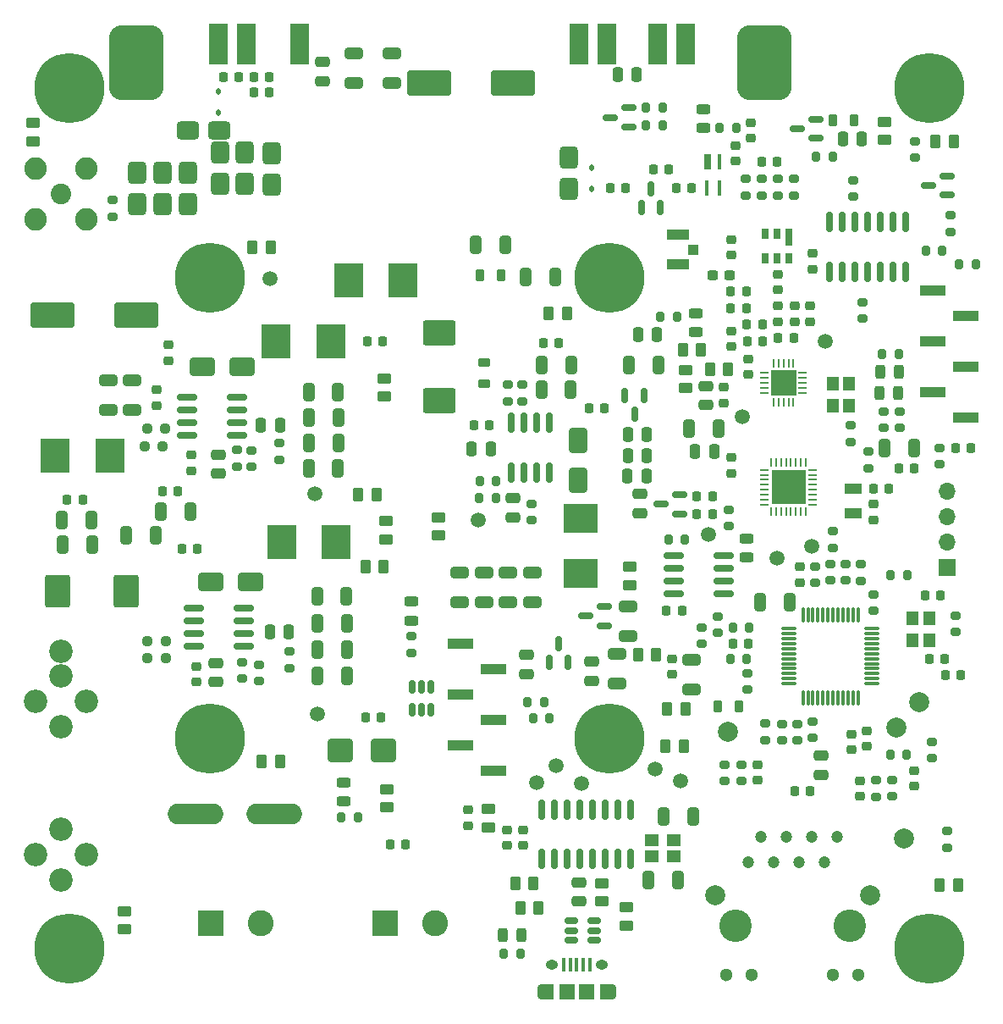
<source format=gts>
G04 #@! TF.GenerationSoftware,KiCad,Pcbnew,8.0.9-8.0.9-0~ubuntu24.04.1*
G04 #@! TF.CreationDate,2025-11-08T17:49:53+02:00*
G04 #@! TF.ProjectId,TACNPR,5441434e-5052-42e6-9b69-6361645f7063,rev?*
G04 #@! TF.SameCoordinates,Original*
G04 #@! TF.FileFunction,Soldermask,Top*
G04 #@! TF.FilePolarity,Negative*
%FSLAX46Y46*%
G04 Gerber Fmt 4.6, Leading zero omitted, Abs format (unit mm)*
G04 Created by KiCad (PCBNEW 8.0.9-8.0.9-0~ubuntu24.04.1) date 2025-11-08 17:49:53*
%MOMM*%
%LPD*%
G01*
G04 APERTURE LIST*
G04 Aperture macros list*
%AMRoundRect*
0 Rectangle with rounded corners*
0 $1 Rounding radius*
0 $2 $3 $4 $5 $6 $7 $8 $9 X,Y pos of 4 corners*
0 Add a 4 corners polygon primitive as box body*
4,1,4,$2,$3,$4,$5,$6,$7,$8,$9,$2,$3,0*
0 Add four circle primitives for the rounded corners*
1,1,$1+$1,$2,$3*
1,1,$1+$1,$4,$5*
1,1,$1+$1,$6,$7*
1,1,$1+$1,$8,$9*
0 Add four rect primitives between the rounded corners*
20,1,$1+$1,$2,$3,$4,$5,0*
20,1,$1+$1,$4,$5,$6,$7,0*
20,1,$1+$1,$6,$7,$8,$9,0*
20,1,$1+$1,$8,$9,$2,$3,0*%
%AMFreePoly0*
4,1,5,0.900000,-2.000000,-0.900000,-2.000000,-0.900000,2.000000,0.900000,2.000000,0.900000,-2.000000,0.900000,-2.000000,$1*%
G04 Aperture macros list end*
%ADD10RoundRect,0.200000X-0.200000X-0.275000X0.200000X-0.275000X0.200000X0.275000X-0.200000X0.275000X0*%
%ADD11RoundRect,0.225000X-0.225000X-0.250000X0.225000X-0.250000X0.225000X0.250000X-0.225000X0.250000X0*%
%ADD12RoundRect,0.200000X0.275000X-0.200000X0.275000X0.200000X-0.275000X0.200000X-0.275000X-0.200000X0*%
%ADD13RoundRect,0.150000X0.825000X0.150000X-0.825000X0.150000X-0.825000X-0.150000X0.825000X-0.150000X0*%
%ADD14RoundRect,0.225000X0.250000X-0.225000X0.250000X0.225000X-0.250000X0.225000X-0.250000X-0.225000X0*%
%ADD15C,1.500000*%
%ADD16R,2.950000X3.500000*%
%ADD17RoundRect,0.250000X-0.325000X-0.650000X0.325000X-0.650000X0.325000X0.650000X-0.325000X0.650000X0*%
%ADD18RoundRect,0.250000X0.650000X-0.325000X0.650000X0.325000X-0.650000X0.325000X-0.650000X-0.325000X0*%
%ADD19RoundRect,0.225000X-0.250000X0.225000X-0.250000X-0.225000X0.250000X-0.225000X0.250000X0.225000X0*%
%ADD20RoundRect,0.250000X-0.475000X0.250000X-0.475000X-0.250000X0.475000X-0.250000X0.475000X0.250000X0*%
%ADD21RoundRect,0.250000X1.000000X0.650000X-1.000000X0.650000X-1.000000X-0.650000X1.000000X-0.650000X0*%
%ADD22RoundRect,0.237500X0.250000X0.237500X-0.250000X0.237500X-0.250000X-0.237500X0.250000X-0.237500X0*%
%ADD23RoundRect,0.200000X-0.275000X0.200000X-0.275000X-0.200000X0.275000X-0.200000X0.275000X0.200000X0*%
%ADD24RoundRect,0.150000X-0.825000X-0.150000X0.825000X-0.150000X0.825000X0.150000X-0.825000X0.150000X0*%
%ADD25RoundRect,0.250000X0.325000X0.650000X-0.325000X0.650000X-0.325000X-0.650000X0.325000X-0.650000X0*%
%ADD26C,3.900000*%
%ADD27C,7.000000*%
%ADD28RoundRect,0.250000X0.250000X0.475000X-0.250000X0.475000X-0.250000X-0.475000X0.250000X-0.475000X0*%
%ADD29RoundRect,0.225000X0.225000X0.250000X-0.225000X0.250000X-0.225000X-0.250000X0.225000X-0.250000X0*%
%ADD30R,3.500000X2.950000*%
%ADD31RoundRect,0.150000X-0.150000X0.825000X-0.150000X-0.825000X0.150000X-0.825000X0.150000X0.825000X0*%
%ADD32RoundRect,0.200000X0.200000X0.275000X-0.200000X0.275000X-0.200000X-0.275000X0.200000X-0.275000X0*%
%ADD33RoundRect,0.237500X-0.250000X-0.237500X0.250000X-0.237500X0.250000X0.237500X-0.250000X0.237500X0*%
%ADD34RoundRect,0.250000X0.450000X-0.262500X0.450000X0.262500X-0.450000X0.262500X-0.450000X-0.262500X0*%
%ADD35RoundRect,0.150000X0.150000X-0.512500X0.150000X0.512500X-0.150000X0.512500X-0.150000X-0.512500X0*%
%ADD36RoundRect,0.250000X-1.950000X-1.000000X1.950000X-1.000000X1.950000X1.000000X-1.950000X1.000000X0*%
%ADD37RoundRect,0.250000X-0.250000X-0.475000X0.250000X-0.475000X0.250000X0.475000X-0.250000X0.475000X0*%
%ADD38RoundRect,0.250000X-0.650000X0.325000X-0.650000X-0.325000X0.650000X-0.325000X0.650000X0.325000X0*%
%ADD39RoundRect,0.250000X0.650000X-1.000000X0.650000X1.000000X-0.650000X1.000000X-0.650000X-1.000000X0*%
%ADD40RoundRect,0.250000X0.262500X0.450000X-0.262500X0.450000X-0.262500X-0.450000X0.262500X-0.450000X0*%
%ADD41RoundRect,0.250000X-0.450000X0.262500X-0.450000X-0.262500X0.450000X-0.262500X0.450000X0.262500X0*%
%ADD42RoundRect,0.243750X-0.456250X0.243750X-0.456250X-0.243750X0.456250X-0.243750X0.456250X0.243750X0*%
%ADD43C,2.050000*%
%ADD44C,2.250000*%
%ADD45RoundRect,0.250000X0.475000X-0.250000X0.475000X0.250000X-0.475000X0.250000X-0.475000X-0.250000X0*%
%ADD46RoundRect,0.150000X0.587500X0.150000X-0.587500X0.150000X-0.587500X-0.150000X0.587500X-0.150000X0*%
%ADD47RoundRect,0.062500X-0.062500X0.362500X-0.062500X-0.362500X0.062500X-0.362500X0.062500X0.362500X0*%
%ADD48RoundRect,0.062500X-0.362500X0.062500X-0.362500X-0.062500X0.362500X-0.062500X0.362500X0.062500X0*%
%ADD49R,2.600000X2.600000*%
%ADD50FreePoly0,0.000000*%
%ADD51RoundRect,1.375000X-1.375000X-2.375000X1.375000X-2.375000X1.375000X2.375000X-1.375000X2.375000X0*%
%ADD52R,1.400000X1.150000*%
%ADD53RoundRect,0.150000X0.512500X0.150000X-0.512500X0.150000X-0.512500X-0.150000X0.512500X-0.150000X0*%
%ADD54RoundRect,0.150000X0.150000X-0.825000X0.150000X0.825000X-0.150000X0.825000X-0.150000X-0.825000X0*%
%ADD55R,1.700000X1.700000*%
%ADD56O,1.700000X1.700000*%
%ADD57RoundRect,0.243750X0.243750X0.456250X-0.243750X0.456250X-0.243750X-0.456250X0.243750X-0.456250X0*%
%ADD58RoundRect,0.250000X-0.262500X-0.450000X0.262500X-0.450000X0.262500X0.450000X-0.262500X0.450000X0*%
%ADD59RoundRect,0.218750X0.381250X-0.218750X0.381250X0.218750X-0.381250X0.218750X-0.381250X-0.218750X0*%
%ADD60RoundRect,0.340200X-0.559800X0.759800X-0.559800X-0.759800X0.559800X-0.759800X0.559800X0.759800X0*%
%ADD61RoundRect,0.112500X0.112500X-0.187500X0.112500X0.187500X-0.112500X0.187500X-0.112500X-0.187500X0*%
%ADD62RoundRect,0.218750X0.218750X0.256250X-0.218750X0.256250X-0.218750X-0.256250X0.218750X-0.256250X0*%
%ADD63RoundRect,0.243750X0.456250X-0.243750X0.456250X0.243750X-0.456250X0.243750X-0.456250X-0.243750X0*%
%ADD64RoundRect,0.150000X0.150000X-0.587500X0.150000X0.587500X-0.150000X0.587500X-0.150000X-0.587500X0*%
%ADD65C,2.600000*%
%ADD66R,2.510000X1.000000*%
%ADD67RoundRect,0.218750X-0.256250X0.218750X-0.256250X-0.218750X0.256250X-0.218750X0.256250X0.218750X0*%
%ADD68R,0.400000X1.500000*%
%ADD69R,0.770000X1.500000*%
%ADD70RoundRect,0.112500X-0.112500X0.187500X-0.112500X-0.187500X0.112500X-0.187500X0.112500X0.187500X0*%
%ADD71RoundRect,0.218750X-0.218750X-0.381250X0.218750X-0.381250X0.218750X0.381250X-0.218750X0.381250X0*%
%ADD72RoundRect,0.150000X-0.150000X0.587500X-0.150000X-0.587500X0.150000X-0.587500X0.150000X0.587500X0*%
%ADD73RoundRect,0.237500X0.300000X0.237500X-0.300000X0.237500X-0.300000X-0.237500X0.300000X-0.237500X0*%
%ADD74RoundRect,0.218750X-0.218750X-0.256250X0.218750X-0.256250X0.218750X0.256250X-0.218750X0.256250X0*%
%ADD75R,1.150000X1.400000*%
%ADD76R,0.650000X1.750000*%
%ADD77R,0.650000X1.000000*%
%ADD78RoundRect,0.218750X0.218750X0.381250X-0.218750X0.381250X-0.218750X-0.381250X0.218750X-0.381250X0*%
%ADD79RoundRect,0.250000X1.000000X-1.400000X1.000000X1.400000X-1.000000X1.400000X-1.000000X-1.400000X0*%
%ADD80RoundRect,0.250000X1.400000X1.000000X-1.400000X1.000000X-1.400000X-1.000000X1.400000X-1.000000X0*%
%ADD81RoundRect,0.340200X-0.759800X-0.559800X0.759800X-0.559800X0.759800X0.559800X-0.759800X0.559800X0*%
%ADD82RoundRect,0.340200X0.559800X-0.759800X0.559800X0.759800X-0.559800X0.759800X-0.559800X-0.759800X0*%
%ADD83R,1.050000X1.000000*%
%ADD84R,2.200000X1.050000*%
%ADD85C,2.350000*%
%ADD86R,0.400000X1.350000*%
%ADD87O,0.890000X1.550000*%
%ADD88R,1.200000X1.550000*%
%ADD89O,1.250000X0.950000*%
%ADD90R,1.500000X1.550000*%
%ADD91RoundRect,0.250000X1.000000X0.900000X-1.000000X0.900000X-1.000000X-0.900000X1.000000X-0.900000X0*%
%ADD92C,2.000000*%
%ADD93C,3.250000*%
%ADD94C,1.200000*%
%ADD95C,1.300000*%
%ADD96R,1.800000X1.000000*%
%ADD97RoundRect,0.062500X0.375000X0.062500X-0.375000X0.062500X-0.375000X-0.062500X0.375000X-0.062500X0*%
%ADD98RoundRect,0.062500X0.062500X0.375000X-0.062500X0.375000X-0.062500X-0.375000X0.062500X-0.375000X0*%
%ADD99R,3.450000X3.450000*%
%ADD100RoundRect,0.075000X-0.662500X-0.075000X0.662500X-0.075000X0.662500X0.075000X-0.662500X0.075000X0*%
%ADD101RoundRect,0.075000X-0.075000X-0.662500X0.075000X-0.662500X0.075000X0.662500X-0.075000X0.662500X0*%
%ADD102R,1.200000X1.400000*%
%ADD103O,5.550000X2.100000*%
G04 APERTURE END LIST*
D10*
X184836800Y-61163200D03*
X186486800Y-61163200D03*
D11*
X155562000Y-95758000D03*
X157112000Y-95758000D03*
D12*
X172182000Y-89501000D03*
X172182000Y-87851000D03*
D13*
X161275800Y-94132400D03*
X161275800Y-92862400D03*
X161275800Y-91592400D03*
X161275800Y-90322400D03*
X156325800Y-90322400D03*
X156325800Y-91592400D03*
X156325800Y-92862400D03*
X156325800Y-94132400D03*
D14*
X162052000Y-82042000D03*
X162052000Y-80492000D03*
D15*
X166582000Y-90576000D03*
D16*
X94430000Y-80264000D03*
X99880000Y-80264000D03*
D17*
X95172000Y-89154000D03*
X98122000Y-89154000D03*
D18*
X99745800Y-75681100D03*
X99745800Y-72731100D03*
D14*
X104521000Y-75260500D03*
X104521000Y-73710500D03*
D19*
X108066840Y-80240840D03*
X108066840Y-81790840D03*
D20*
X110744000Y-80167440D03*
X110744000Y-82067440D03*
D17*
X143038300Y-73682860D03*
X145988300Y-73682860D03*
D21*
X113107220Y-71368920D03*
X109107220Y-71368920D03*
D22*
X105184580Y-79375000D03*
X103359580Y-79375000D03*
D23*
X116840000Y-79058000D03*
X116840000Y-80708000D03*
X112593120Y-79738720D03*
X112593120Y-81388720D03*
D24*
X107608600Y-74409300D03*
X107608600Y-75679300D03*
X107608600Y-76949300D03*
X107608600Y-78219300D03*
X112558600Y-78219300D03*
X112558600Y-76949300D03*
X112558600Y-75679300D03*
X112558600Y-74409300D03*
D16*
X116520380Y-68834000D03*
X121970380Y-68834000D03*
D25*
X122732060Y-78999080D03*
X119782060Y-78999080D03*
X122729520Y-76464160D03*
X119779520Y-76464160D03*
X122706660Y-81551780D03*
X119756660Y-81551780D03*
X122714280Y-73914000D03*
X119764280Y-73914000D03*
D26*
X95864000Y-43540000D03*
D27*
X95864000Y-43540000D03*
D26*
X95864000Y-129540000D03*
D27*
X95864000Y-129540000D03*
D26*
X109864000Y-108540000D03*
D27*
X109864000Y-108540000D03*
D20*
X140223240Y-84541320D03*
X140223240Y-86441320D03*
D28*
X137983000Y-79644240D03*
X136083000Y-79644240D03*
D12*
X141157960Y-74860920D03*
X141157960Y-73210920D03*
D29*
X137813080Y-77282040D03*
X136263080Y-77282040D03*
D23*
X139684760Y-73216000D03*
X139684760Y-74866000D03*
D30*
X146964400Y-86581400D03*
X146964400Y-92031400D03*
D11*
X143227760Y-69016880D03*
X144777760Y-69016880D03*
D31*
X143832580Y-77004140D03*
X142562580Y-77004140D03*
X141292580Y-77004140D03*
X140022580Y-77004140D03*
X140022580Y-81954140D03*
X141292580Y-81954140D03*
X142562580Y-81954140D03*
X143832580Y-81954140D03*
D17*
X143066240Y-71231760D03*
X146016240Y-71231760D03*
D32*
X138508240Y-82839560D03*
X136858240Y-82839560D03*
D10*
X136840460Y-84488020D03*
X138490460Y-84488020D03*
D26*
X149864000Y-62540000D03*
D27*
X149864000Y-62540000D03*
D26*
X181864000Y-129540000D03*
D27*
X181864000Y-129540000D03*
D18*
X102108000Y-75681100D03*
X102108000Y-72731100D03*
D33*
X103583100Y-77609700D03*
X105408100Y-77609700D03*
D34*
X127558800Y-115466500D03*
X127558800Y-113641500D03*
D10*
X141669000Y-104952800D03*
X143319000Y-104952800D03*
D35*
X130114000Y-105683900D03*
X131064000Y-105683900D03*
X132014000Y-105683900D03*
X132014000Y-103408900D03*
X131064000Y-103408900D03*
X130114000Y-103408900D03*
D36*
X94098000Y-66243200D03*
X102498000Y-66243200D03*
D26*
X109864000Y-62540000D03*
D27*
X109864000Y-62540000D03*
D26*
X149864000Y-108540000D03*
D27*
X149864000Y-108540000D03*
D23*
X130048000Y-98362000D03*
X130048000Y-100012000D03*
X113111280Y-100927400D03*
X113111280Y-102577400D03*
D12*
X114757200Y-102831400D03*
X114757200Y-101181400D03*
D11*
X105143000Y-83820000D03*
X106693000Y-83820000D03*
D19*
X108574840Y-101333000D03*
X108574840Y-102883000D03*
D29*
X108636100Y-89608660D03*
X107086100Y-89608660D03*
D25*
X123552480Y-94335600D03*
X120602480Y-94335600D03*
D37*
X115864600Y-97891600D03*
X117764600Y-97891600D03*
D20*
X110490000Y-101031000D03*
X110490000Y-102931000D03*
D25*
X123587300Y-99689920D03*
X120637300Y-99689920D03*
X123585500Y-102306120D03*
X120635500Y-102306120D03*
X104472000Y-88265000D03*
X101522000Y-88265000D03*
D17*
X104951000Y-85852000D03*
X107901000Y-85852000D03*
D25*
X123570260Y-97017840D03*
X120620260Y-97017840D03*
D21*
X113937800Y-92925900D03*
X109937800Y-92925900D03*
D33*
X103636440Y-98806000D03*
X105461440Y-98806000D03*
D23*
X117805200Y-99860600D03*
X117805200Y-101510600D03*
D16*
X117094000Y-88900000D03*
X122544000Y-88900000D03*
D24*
X108307100Y-95542100D03*
X108307100Y-96812100D03*
X108307100Y-98082100D03*
X108307100Y-99352100D03*
X113257100Y-99352100D03*
X113257100Y-98082100D03*
X113257100Y-96812100D03*
X113257100Y-95542100D03*
D22*
X105448740Y-100545900D03*
X103623740Y-100545900D03*
D29*
X160147600Y-86143800D03*
X158597600Y-86143800D03*
D12*
X142036800Y-86727800D03*
X142036800Y-85077800D03*
D34*
X127533400Y-88669500D03*
X127533400Y-86844500D03*
D38*
X134874000Y-91994460D03*
X134874000Y-94944460D03*
X137287000Y-91997000D03*
X137287000Y-94947000D03*
X142113000Y-91997000D03*
X142113000Y-94947000D03*
D37*
X115001000Y-77216000D03*
X116901000Y-77216000D03*
D29*
X149365000Y-75590400D03*
X147815000Y-75590400D03*
X127026000Y-106426000D03*
X125476000Y-106426000D03*
D18*
X124307600Y-43029400D03*
X124307600Y-40079400D03*
D39*
X146705320Y-82759300D03*
X146705320Y-78759300D03*
D38*
X139700000Y-92002080D03*
X139700000Y-94952080D03*
D12*
X114071400Y-81424280D03*
X114071400Y-79774280D03*
D17*
X95108500Y-86741000D03*
X98058500Y-86741000D03*
D40*
X126525660Y-84165440D03*
X124700660Y-84165440D03*
X127252100Y-91363800D03*
X125427100Y-91363800D03*
D41*
X132715000Y-86463500D03*
X132715000Y-88288500D03*
D42*
X130048000Y-94884000D03*
X130048000Y-96759000D03*
X123266200Y-112981500D03*
X123266200Y-114856500D03*
D19*
X162026600Y-67843100D03*
X162026600Y-69393100D03*
D43*
X94996000Y-54102000D03*
D44*
X92456000Y-56642000D03*
X97536000Y-56642000D03*
X92456000Y-51562000D03*
X97536000Y-51562000D03*
D45*
X159542480Y-75245000D03*
X159542480Y-73345000D03*
D10*
X123013200Y-116484400D03*
X124663200Y-116484400D03*
D37*
X150688000Y-42164000D03*
X152588000Y-42164000D03*
D16*
X129217000Y-62738000D03*
X123767000Y-62738000D03*
D20*
X148107000Y-100876000D03*
X148107000Y-102776000D03*
D38*
X151739600Y-95349800D03*
X151739600Y-98299800D03*
D37*
X158409600Y-79857600D03*
X160309600Y-79857600D03*
D17*
X157835600Y-77622400D03*
X160785600Y-77622400D03*
D46*
X149375100Y-97266800D03*
X149375100Y-95366800D03*
X147500100Y-96316800D03*
D47*
X168259000Y-71100000D03*
X167759000Y-71100000D03*
X167259000Y-71100000D03*
X166759000Y-71100000D03*
X166259000Y-71100000D03*
D48*
X165334000Y-72025000D03*
X165334000Y-72525000D03*
X165334000Y-73025000D03*
X165334000Y-73525000D03*
X165334000Y-74025000D03*
D47*
X166259000Y-74950000D03*
X166759000Y-74950000D03*
X167259000Y-74950000D03*
X167759000Y-74950000D03*
X168259000Y-74950000D03*
D48*
X169184000Y-74025000D03*
X169184000Y-73525000D03*
X169184000Y-73025000D03*
X169184000Y-72525000D03*
X169184000Y-72025000D03*
D49*
X167259000Y-73025000D03*
D14*
X161290000Y-75014120D03*
X161290000Y-73464120D03*
D50*
X110744000Y-39141400D03*
X113538000Y-39141400D03*
X118872000Y-39141400D03*
X146812000Y-39141400D03*
X149606000Y-39141400D03*
X154686000Y-39141400D03*
X157480000Y-39141400D03*
D51*
X102489000Y-41046400D03*
X165354000Y-41046400D03*
D14*
X141224000Y-119240600D03*
X141224000Y-117690600D03*
X139573000Y-119240600D03*
X139573000Y-117690600D03*
D20*
X141579600Y-100192800D03*
X141579600Y-102092800D03*
D10*
X142227800Y-106578400D03*
X143877800Y-106578400D03*
D38*
X150582000Y-100121000D03*
X150582000Y-103071000D03*
D52*
X156294000Y-118707000D03*
X154094000Y-118707000D03*
X154094000Y-120307000D03*
X156294000Y-120307000D03*
D53*
X148330500Y-128712000D03*
X148330500Y-127762000D03*
X148330500Y-126812000D03*
X146055500Y-126812000D03*
X146055500Y-127762000D03*
X146055500Y-128712000D03*
D17*
X153719000Y-122682000D03*
X156669000Y-122682000D03*
D54*
X143078200Y-120610400D03*
X144348200Y-120610400D03*
X145618200Y-120610400D03*
X146888200Y-120610400D03*
X148158200Y-120610400D03*
X149428200Y-120610400D03*
X150698200Y-120610400D03*
X151968200Y-120610400D03*
X151968200Y-115660400D03*
X150698200Y-115660400D03*
X149428200Y-115660400D03*
X148158200Y-115660400D03*
X146888200Y-115660400D03*
X145618200Y-115660400D03*
X144348200Y-115660400D03*
X143078200Y-115660400D03*
D41*
X151511000Y-125452500D03*
X151511000Y-127277500D03*
D55*
X183591200Y-91490800D03*
D56*
X183591200Y-88950800D03*
X183591200Y-86410800D03*
X183591200Y-83870800D03*
D14*
X135686800Y-117259400D03*
X135686800Y-115709400D03*
D57*
X141043900Y-128193800D03*
X139168900Y-128193800D03*
D10*
X139281400Y-130048000D03*
X140931400Y-130048000D03*
D15*
X142595600Y-112979200D03*
D45*
X146761200Y-124825800D03*
X146761200Y-122925800D03*
D15*
X147066000Y-113030000D03*
X144526000Y-111252000D03*
D58*
X140438500Y-123063000D03*
X142263500Y-123063000D03*
X140946500Y-125476000D03*
X142771500Y-125476000D03*
D17*
X155243000Y-116332000D03*
X158193000Y-116332000D03*
D41*
X149098000Y-123039500D03*
X149098000Y-124864500D03*
D15*
X163132000Y-76401000D03*
D59*
X137287000Y-73071500D03*
X137287000Y-70946500D03*
D29*
X127201000Y-68834000D03*
X125651000Y-68834000D03*
D36*
X131791600Y-43078400D03*
X140191600Y-43078400D03*
D60*
X102616000Y-52031500D03*
X102616000Y-55156500D03*
D15*
X120357000Y-84076000D03*
D11*
X95618000Y-84709000D03*
X97168000Y-84709000D03*
D19*
X105740200Y-69227400D03*
X105740200Y-70777400D03*
D32*
X157416000Y-88646000D03*
X155766000Y-88646000D03*
D61*
X110744000Y-46008000D03*
X110744000Y-43908000D03*
D62*
X112801500Y-42418000D03*
X111226500Y-42418000D03*
D41*
X151917400Y-91391100D03*
X151917400Y-93216100D03*
D15*
X115887500Y-62611000D03*
D57*
X178762900Y-74041000D03*
X176887900Y-74041000D03*
D63*
X163576000Y-90421700D03*
X163576000Y-88546700D03*
D12*
X161798000Y-87337400D03*
X161798000Y-85687400D03*
D64*
X143830000Y-100962700D03*
X145730000Y-100962700D03*
X144780000Y-99087700D03*
D57*
X178788300Y-71932800D03*
X176913300Y-71932800D03*
D10*
X177127400Y-70154800D03*
X178777400Y-70154800D03*
D19*
X163776660Y-70621860D03*
X163776660Y-72171860D03*
D46*
X183614300Y-54239200D03*
X183614300Y-52339200D03*
X181739300Y-53289200D03*
X170482500Y-48575000D03*
X170482500Y-46675000D03*
X168607500Y-47625000D03*
D10*
X153505400Y-47244000D03*
X155155400Y-47244000D03*
D23*
X183946800Y-56286400D03*
X183946800Y-57936400D03*
D14*
X163982400Y-48527000D03*
X163982400Y-46977000D03*
D11*
X127901400Y-119126000D03*
X129451400Y-119126000D03*
D49*
X109971200Y-127050800D03*
D65*
X114971200Y-127050800D03*
D49*
X127406400Y-127050800D03*
D65*
X132406400Y-127050800D03*
D66*
X138277600Y-111760000D03*
X134967600Y-109220000D03*
X138277600Y-106680000D03*
X134967600Y-104140000D03*
X138277600Y-101600000D03*
X134967600Y-99060000D03*
D67*
X162458400Y-49275900D03*
X162458400Y-50850900D03*
D14*
X170180000Y-61633400D03*
X170180000Y-60083400D03*
D54*
X171894500Y-61898300D03*
X173164500Y-61898300D03*
X174434500Y-61898300D03*
X175704500Y-61898300D03*
X176974500Y-61898300D03*
X178244500Y-61898300D03*
X179514500Y-61898300D03*
X179514500Y-56948300D03*
X178244500Y-56948300D03*
X176974500Y-56948300D03*
X175704500Y-56948300D03*
X174434500Y-56948300D03*
X173164500Y-56948300D03*
X171894500Y-56948300D03*
D26*
X181864000Y-43540000D03*
D27*
X181864000Y-43540000D03*
D60*
X145796000Y-50520200D03*
X145796000Y-53645200D03*
D11*
X149910500Y-53530500D03*
X151460500Y-53530500D03*
X156514500Y-53530500D03*
X158064500Y-53530500D03*
D23*
X100126800Y-54750200D03*
X100126800Y-56400200D03*
D68*
X160875500Y-50870500D03*
D69*
X159670500Y-50870500D03*
D68*
X159575500Y-53530500D03*
X160875500Y-53530500D03*
D70*
X148082000Y-51528000D03*
X148082000Y-53628000D03*
D46*
X151813500Y-47432000D03*
X151813500Y-45532000D03*
X149938500Y-46482000D03*
D17*
X141476200Y-62433200D03*
X144426200Y-62433200D03*
D25*
X139397000Y-59182000D03*
X136447000Y-59182000D03*
D71*
X136859500Y-62230000D03*
X138984500Y-62230000D03*
D10*
X153505400Y-45466000D03*
X155155400Y-45466000D03*
D23*
X174244000Y-52769000D03*
X174244000Y-54419000D03*
D46*
X156855400Y-86090800D03*
X156855400Y-84190800D03*
X154980400Y-85140800D03*
D37*
X151691300Y-80264000D03*
X153591300Y-80264000D03*
X152732700Y-68199000D03*
X154632700Y-68199000D03*
D17*
X151777700Y-71247000D03*
X154727700Y-71247000D03*
D72*
X153299200Y-74246500D03*
X151399200Y-74246500D03*
X152349200Y-76121500D03*
D37*
X151643000Y-82296000D03*
X153543000Y-82296000D03*
X151701500Y-78206600D03*
X153601500Y-78206600D03*
D63*
X158496000Y-67917300D03*
X158496000Y-66042300D03*
D32*
X156603200Y-66395600D03*
X154953200Y-66395600D03*
D40*
X161745300Y-71628000D03*
X159920300Y-71628000D03*
D73*
X161898500Y-62230000D03*
X160173500Y-62230000D03*
D19*
X166738300Y-62153500D03*
X166738300Y-63703500D03*
D14*
X166738300Y-66891200D03*
X166738300Y-65341200D03*
D67*
X168363900Y-65333780D03*
X168363900Y-66908780D03*
D74*
X166722960Y-68483480D03*
X168297960Y-68483480D03*
D40*
X159002100Y-69672200D03*
X157177100Y-69672200D03*
D62*
X165189000Y-68846700D03*
X163614000Y-68846700D03*
D14*
X162052000Y-60211000D03*
X162052000Y-58661000D03*
D34*
X137718800Y-117447700D03*
X137718800Y-115622700D03*
D10*
X170523400Y-50444400D03*
X172173400Y-50444400D03*
D75*
X172174000Y-73118800D03*
X172174000Y-75318800D03*
X173774000Y-75318800D03*
X173774000Y-73118800D03*
D23*
X165061900Y-52641500D03*
X165061900Y-54291500D03*
D12*
X168313100Y-54266600D03*
X168313100Y-52616600D03*
D64*
X153037500Y-55468000D03*
X154937500Y-55468000D03*
X153987500Y-53593000D03*
D76*
X167824000Y-58459000D03*
D77*
X166624000Y-58084000D03*
X165424000Y-58084000D03*
X165424000Y-60534000D03*
X166624000Y-60534000D03*
X167824000Y-60534000D03*
D23*
X166674800Y-52616600D03*
X166674800Y-54266600D03*
D29*
X160147600Y-84365800D03*
X158597600Y-84365800D03*
D34*
X92202000Y-48867700D03*
X92202000Y-47042700D03*
D40*
X184300500Y-48895000D03*
X182475500Y-48895000D03*
D58*
X143764000Y-66040000D03*
X145589000Y-66040000D03*
D41*
X101346000Y-125833500D03*
X101346000Y-127658500D03*
D40*
X116894500Y-110851000D03*
X115069500Y-110851000D03*
X184694500Y-123176000D03*
X182869500Y-123176000D03*
D34*
X157480000Y-73556500D03*
X157480000Y-71731500D03*
D60*
X105156000Y-51993000D03*
X105156000Y-55118000D03*
D74*
X154228600Y-51714400D03*
X155803600Y-51714400D03*
D28*
X175092400Y-48666400D03*
X173192400Y-48666400D03*
D78*
X174290500Y-46736000D03*
X172165500Y-46736000D03*
D79*
X94673000Y-93853000D03*
X101473000Y-93853000D03*
D80*
X132842000Y-74774000D03*
X132842000Y-67974000D03*
D40*
X157264500Y-109346000D03*
X155439500Y-109346000D03*
X115974500Y-59436000D03*
X114149500Y-59436000D03*
D15*
X120632000Y-106101000D03*
X136702800Y-86766400D03*
X154432000Y-111620300D03*
X156972000Y-112776000D03*
D60*
X107696000Y-51993000D03*
X107696000Y-55118000D03*
D45*
X121158000Y-42860000D03*
X121158000Y-40960000D03*
D62*
X115849500Y-42418000D03*
X114274500Y-42418000D03*
D11*
X114287000Y-43942000D03*
X115837000Y-43942000D03*
D12*
X175133000Y-66611000D03*
X175133000Y-64961000D03*
D34*
X177342800Y-48715300D03*
X177342800Y-46890300D03*
D81*
X107696000Y-47752000D03*
X110821000Y-47752000D03*
D18*
X128117600Y-43029400D03*
X128117600Y-40079400D03*
D60*
X113347500Y-49999500D03*
X113347500Y-53124500D03*
D82*
X110871000Y-53124500D03*
X110871000Y-49999500D03*
D19*
X169938700Y-65328500D03*
X169938700Y-66878500D03*
D74*
X163565840Y-67157600D03*
X165140840Y-67157600D03*
D29*
X163525800Y-65565020D03*
X161975800Y-65565020D03*
D74*
X161950400Y-63906400D03*
X163525400Y-63906400D03*
D29*
X166598600Y-50914300D03*
X165048600Y-50914300D03*
D23*
X163474400Y-52642000D03*
X163474400Y-54292000D03*
D83*
X158217600Y-59688200D03*
D84*
X156692600Y-61163200D03*
X156692600Y-58213200D03*
D85*
X94996000Y-122682000D03*
X92456000Y-120142000D03*
X97536000Y-120142000D03*
X94996000Y-117602000D03*
X94996000Y-107362000D03*
X92456000Y-104822000D03*
X97536000Y-104822000D03*
X94996000Y-102282000D03*
X94996000Y-99822000D03*
D86*
X145283400Y-131188000D03*
X145933400Y-131188000D03*
X146583400Y-131188000D03*
X147233400Y-131188000D03*
X147883400Y-131188000D03*
D87*
X143083400Y-133888000D03*
D88*
X143683400Y-133888000D03*
D89*
X144083400Y-131188000D03*
D90*
X145583400Y-133888000D03*
X147583400Y-133888000D03*
D89*
X149083400Y-131188000D03*
D88*
X149483400Y-133888000D03*
D87*
X150083400Y-133888000D03*
D60*
X116078000Y-50038000D03*
X116078000Y-53163000D03*
D91*
X127266700Y-109778800D03*
X122966700Y-109778800D03*
D41*
X127355600Y-72544300D03*
X127355600Y-74369300D03*
D29*
X182943800Y-94234000D03*
X181393800Y-94234000D03*
D11*
X181851000Y-100584000D03*
X183401000Y-100584000D03*
D19*
X174052000Y-108141000D03*
X174052000Y-109691000D03*
X156082000Y-100621000D03*
X156082000Y-102171000D03*
X175582000Y-107801000D03*
X175582000Y-109351000D03*
D20*
X171020500Y-110302000D03*
X171020500Y-112202000D03*
D38*
X158082000Y-100726000D03*
X158082000Y-103676000D03*
D17*
X164945800Y-94945200D03*
X167895800Y-94945200D03*
D19*
X174882000Y-112801000D03*
X174882000Y-114351000D03*
D14*
X164682000Y-112751000D03*
X164682000Y-111201000D03*
D29*
X169939000Y-113792000D03*
X168389000Y-113792000D03*
D23*
X184482000Y-96251000D03*
X184482000Y-97901000D03*
D12*
X176276000Y-95821000D03*
X176276000Y-94171000D03*
X175006000Y-92798500D03*
X175006000Y-91148500D03*
D23*
X170434000Y-91377000D03*
X170434000Y-93027000D03*
X171958000Y-91123000D03*
X171958000Y-92773000D03*
X173482000Y-91123000D03*
X173482000Y-92773000D03*
X163626800Y-102045000D03*
X163626800Y-103695000D03*
D12*
X165455600Y-108724200D03*
X165455600Y-107074200D03*
D10*
X162197000Y-97486000D03*
X163847000Y-97486000D03*
X161957000Y-100576000D03*
X163607000Y-100576000D03*
D32*
X179607000Y-110176000D03*
X177957000Y-110176000D03*
D23*
X168656000Y-107125000D03*
X168656000Y-108775000D03*
X163068000Y-111189000D03*
X163068000Y-112839000D03*
X160662000Y-96361000D03*
X160662000Y-98011000D03*
X176482000Y-112751000D03*
X176482000Y-114401000D03*
X170180000Y-106871000D03*
X170180000Y-108521000D03*
X183642000Y-117818500D03*
X183642000Y-119468500D03*
X182118000Y-108903000D03*
X182118000Y-110553000D03*
D92*
X180797200Y-104952800D03*
X178562000Y-107442000D03*
D10*
X177965500Y-92202000D03*
X179615500Y-92202000D03*
D93*
X173863000Y-127254000D03*
X162433000Y-127254000D03*
D94*
X163703000Y-120904000D03*
X164973000Y-118364000D03*
X166243000Y-120904000D03*
X167513000Y-118364000D03*
X168783000Y-120904000D03*
X170053000Y-118364000D03*
X171323000Y-120904000D03*
X172593000Y-118364000D03*
D95*
X161523000Y-132154000D03*
X164063000Y-132154000D03*
X172233000Y-132154000D03*
X174773000Y-132154000D03*
D92*
X160403000Y-124204000D03*
X175893000Y-124204000D03*
D19*
X168882000Y-91401000D03*
X168882000Y-92951000D03*
D96*
X174244000Y-86086000D03*
X174244000Y-83586000D03*
D14*
X176276000Y-86701000D03*
X176276000Y-85151000D03*
D11*
X176263000Y-83566000D03*
X177813000Y-83566000D03*
D29*
X185991800Y-79552800D03*
X184441800Y-79552800D03*
D12*
X175768000Y-81534000D03*
X175768000Y-79884000D03*
X173939200Y-78904600D03*
X173939200Y-77254600D03*
X182829200Y-81139800D03*
X182829200Y-79489800D03*
D23*
X177266600Y-75883000D03*
X177266600Y-77533000D03*
D17*
X177391800Y-79552800D03*
X180341800Y-79552800D03*
D20*
X152908000Y-84140000D03*
X152908000Y-86040000D03*
D11*
X178803000Y-81534000D03*
X180353000Y-81534000D03*
D97*
X170197500Y-85196000D03*
X170197500Y-84696000D03*
X170197500Y-84196000D03*
X170197500Y-83696000D03*
X170197500Y-83196000D03*
X170197500Y-82696000D03*
X170197500Y-82196000D03*
X170197500Y-81696000D03*
D98*
X169510000Y-81008500D03*
X169010000Y-81008500D03*
X168510000Y-81008500D03*
X168010000Y-81008500D03*
X167510000Y-81008500D03*
X167010000Y-81008500D03*
X166510000Y-81008500D03*
X166010000Y-81008500D03*
D97*
X165322500Y-81696000D03*
X165322500Y-82196000D03*
X165322500Y-82696000D03*
X165322500Y-83196000D03*
X165322500Y-83696000D03*
X165322500Y-84196000D03*
X165322500Y-84696000D03*
X165322500Y-85196000D03*
D98*
X166010000Y-85883500D03*
X166510000Y-85883500D03*
X167010000Y-85883500D03*
X167510000Y-85883500D03*
X168010000Y-85883500D03*
X168510000Y-85883500D03*
X169010000Y-85883500D03*
X169510000Y-85883500D03*
D99*
X167760000Y-83446000D03*
D14*
X180289200Y-113297000D03*
X180289200Y-111747000D03*
D100*
X167795500Y-97580000D03*
X167795500Y-98080000D03*
X167795500Y-98580000D03*
X167795500Y-99080000D03*
X167795500Y-99580000D03*
X167795500Y-100080000D03*
X167795500Y-100580000D03*
X167795500Y-101080000D03*
X167795500Y-101580000D03*
X167795500Y-102080000D03*
X167795500Y-102580000D03*
X167795500Y-103080000D03*
D101*
X169208000Y-104492500D03*
X169708000Y-104492500D03*
X170208000Y-104492500D03*
X170708000Y-104492500D03*
X171208000Y-104492500D03*
X171708000Y-104492500D03*
X172208000Y-104492500D03*
X172708000Y-104492500D03*
X173208000Y-104492500D03*
X173708000Y-104492500D03*
X174208000Y-104492500D03*
X174708000Y-104492500D03*
D100*
X176120500Y-103080000D03*
X176120500Y-102580000D03*
X176120500Y-102080000D03*
X176120500Y-101580000D03*
X176120500Y-101080000D03*
X176120500Y-100580000D03*
X176120500Y-100080000D03*
X176120500Y-99580000D03*
X176120500Y-99080000D03*
X176120500Y-98580000D03*
X176120500Y-98080000D03*
X176120500Y-97580000D03*
D101*
X174708000Y-96167500D03*
X174208000Y-96167500D03*
X173708000Y-96167500D03*
X173208000Y-96167500D03*
X172708000Y-96167500D03*
X172208000Y-96167500D03*
X171708000Y-96167500D03*
X171208000Y-96167500D03*
X170708000Y-96167500D03*
X170208000Y-96167500D03*
X169708000Y-96167500D03*
X169208000Y-96167500D03*
D102*
X181864000Y-98720000D03*
X181864000Y-96520000D03*
X180164000Y-96520000D03*
X180164000Y-98720000D03*
D15*
X170078400Y-89357200D03*
D23*
X180441600Y-48857400D03*
X180441600Y-50507400D03*
D15*
X159766000Y-88188800D03*
D23*
X167081200Y-107125000D03*
X167081200Y-108775000D03*
D92*
X161682000Y-107876000D03*
D23*
X159082000Y-97451000D03*
X159082000Y-99101000D03*
D11*
X183457000Y-102216000D03*
X185007000Y-102216000D03*
D23*
X178112000Y-112701000D03*
X178112000Y-114351000D03*
X161391600Y-111189000D03*
X161391600Y-112839000D03*
D40*
X154544500Y-100176000D03*
X152719500Y-100176000D03*
D71*
X160657000Y-105376000D03*
X162782000Y-105376000D03*
D42*
X159207200Y-45620700D03*
X159207200Y-47495700D03*
D10*
X160896800Y-47523400D03*
X162546800Y-47523400D03*
D12*
X178866800Y-77533000D03*
X178866800Y-75883000D03*
D92*
X179282000Y-118576000D03*
D40*
X157464500Y-105566000D03*
X155639500Y-105566000D03*
D103*
X116345000Y-116106200D03*
X108445000Y-116106200D03*
D29*
X163747000Y-99046000D03*
X162197000Y-99046000D03*
D32*
X183146200Y-59791600D03*
X181496200Y-59791600D03*
D15*
X171450000Y-68884800D03*
D66*
X182219600Y-63804800D03*
X185529600Y-66344800D03*
X182219600Y-68884800D03*
X185529600Y-71424800D03*
X182219600Y-73964800D03*
X185529600Y-76504800D03*
M02*

</source>
